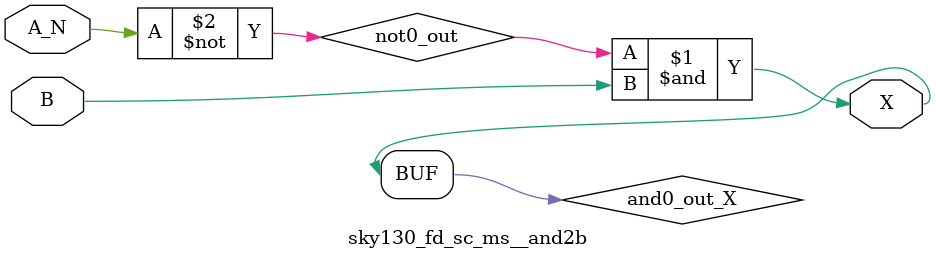
<source format=v>
/*
 * Copyright 2020 The SkyWater PDK Authors
 *
 * Licensed under the Apache License, Version 2.0 (the "License");
 * you may not use this file except in compliance with the License.
 * You may obtain a copy of the License at
 *
 *     https://www.apache.org/licenses/LICENSE-2.0
 *
 * Unless required by applicable law or agreed to in writing, software
 * distributed under the License is distributed on an "AS IS" BASIS,
 * WITHOUT WARRANTIES OR CONDITIONS OF ANY KIND, either express or implied.
 * See the License for the specific language governing permissions and
 * limitations under the License.
 *
 * SPDX-License-Identifier: Apache-2.0
*/


`ifndef SKY130_FD_SC_MS__AND2B_FUNCTIONAL_V
`define SKY130_FD_SC_MS__AND2B_FUNCTIONAL_V

/**
 * and2b: 2-input AND, first input inverted.
 *
 * Verilog simulation functional model.
 */

`timescale 1ns / 1ps
`default_nettype none

`celldefine
module sky130_fd_sc_ms__and2b (
    X  ,
    A_N,
    B
);

    // Module ports
    output X  ;
    input  A_N;
    input  B  ;

    // Local signals
    wire not0_out  ;
    wire and0_out_X;

    //  Name  Output      Other arguments
    not not0 (not0_out  , A_N            );
    and and0 (and0_out_X, not0_out, B    );
    buf buf0 (X         , and0_out_X     );

endmodule
`endcelldefine

`default_nettype wire
`endif  // SKY130_FD_SC_MS__AND2B_FUNCTIONAL_V

</source>
